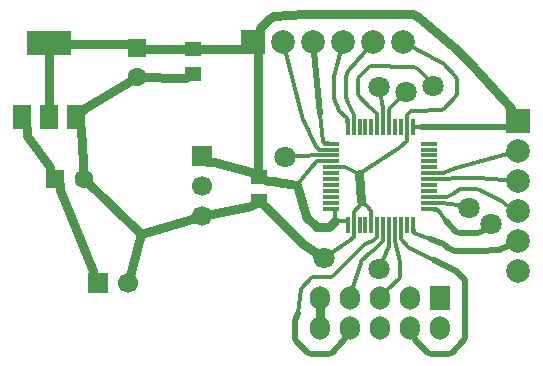
<source format=gbr>
%TF.GenerationSoftware,KiCad,Pcbnew,9.0.0*%
%TF.CreationDate,2025-07-29T16:03:53+03:00*%
%TF.ProjectId,f103c6t6,66313033-6336-4743-962e-6b696361645f,rev?*%
%TF.SameCoordinates,Original*%
%TF.FileFunction,Copper,L2,Bot*%
%TF.FilePolarity,Positive*%
%FSLAX46Y46*%
G04 Gerber Fmt 4.6, Leading zero omitted, Abs format (unit mm)*
G04 Created by KiCad (PCBNEW 9.0.0) date 2025-07-29 16:03:53*
%MOMM*%
%LPD*%
G01*
G04 APERTURE LIST*
%TA.AperFunction,ComponentPad*%
%ADD10R,2.000000X2.000000*%
%TD*%
%TA.AperFunction,ComponentPad*%
%ADD11C,2.000000*%
%TD*%
%TA.AperFunction,ComponentPad*%
%ADD12R,1.700000X2.000000*%
%TD*%
%TA.AperFunction,ComponentPad*%
%ADD13O,1.700000X2.000000*%
%TD*%
%TA.AperFunction,ComponentPad*%
%ADD14R,1.600000X1.600000*%
%TD*%
%TA.AperFunction,ComponentPad*%
%ADD15C,1.600000*%
%TD*%
%TA.AperFunction,ComponentPad*%
%ADD16R,1.700000X1.700000*%
%TD*%
%TA.AperFunction,ComponentPad*%
%ADD17C,1.700000*%
%TD*%
%TA.AperFunction,SMDPad,CuDef*%
%ADD18R,1.452000X1.177000*%
%TD*%
%TA.AperFunction,SMDPad,CuDef*%
%ADD19R,1.502800X2.002800*%
%TD*%
%TA.AperFunction,SMDPad,CuDef*%
%ADD20R,3.803800X2.003800*%
%TD*%
%TA.AperFunction,SMDPad,CuDef*%
%ADD21R,1.475600X0.300600*%
%TD*%
%TA.AperFunction,SMDPad,CuDef*%
%ADD22R,0.300600X1.475600*%
%TD*%
%TA.AperFunction,ViaPad*%
%ADD23C,1.800000*%
%TD*%
%TA.AperFunction,Conductor*%
%ADD24C,0.300000*%
%TD*%
%TA.AperFunction,Conductor*%
%ADD25C,0.800000*%
%TD*%
%TA.AperFunction,Conductor*%
%ADD26C,0.500000*%
%TD*%
G04 APERTURE END LIST*
D10*
%TO.P,J3,1*%
%TO.N,+3.3V*%
X161996300Y-81532700D03*
D11*
%TO.P,J3,2*%
%TO.N,Net-(J3-Pin_2)*%
X161996300Y-84072700D03*
%TO.P,J3,3*%
%TO.N,Net-(J3-Pin_3)*%
X161996300Y-86612700D03*
%TO.P,J3,4*%
%TO.N,Net-(J3-Pin_4)*%
X161996300Y-89152700D03*
%TO.P,J3,5*%
%TO.N,Net-(J3-Pin_5)*%
X161996300Y-91692700D03*
%TO.P,J3,6*%
%TO.N,GNDREF*%
X161996300Y-94232700D03*
%TD*%
D12*
%TO.P,J1,1*%
%TO.N,Net-(J1-Pin_1)*%
X155346300Y-96470900D03*
D13*
%TO.P,J1,2*%
%TO.N,Net-(J1-Pin_2)*%
X155346300Y-99010900D03*
%TO.P,J1,3*%
%TO.N,Net-(J1-Pin_3)*%
X152806300Y-96470900D03*
%TO.P,J1,4*%
%TO.N,Net-(J1-Pin_4)*%
X152806300Y-99010900D03*
%TO.P,J1,5*%
%TO.N,Net-(J1-Pin_5)*%
X150266300Y-96470900D03*
%TO.P,J1,6*%
%TO.N,Net-(J1-Pin_6)*%
X150266300Y-99010900D03*
%TO.P,J1,7*%
%TO.N,Net-(J1-Pin_7)*%
X147726300Y-96470900D03*
%TO.P,J1,8*%
%TO.N,Net-(J1-Pin_8)*%
X147726300Y-99010900D03*
%TO.P,J1,9*%
%TO.N,GNDREF*%
X145186300Y-96470900D03*
%TO.P,J1,10*%
X145186300Y-99010900D03*
%TD*%
D14*
%TO.P,C1,1*%
%TO.N,+5V*%
X122750000Y-86405000D03*
D15*
%TO.P,C1,2*%
%TO.N,GNDREF*%
X125250000Y-86405000D03*
%TD*%
D16*
%TO.P,J4,1*%
%TO.N,+5V*%
X126409700Y-95228400D03*
D17*
%TO.P,J4,2*%
%TO.N,GNDREF*%
X128949700Y-95228400D03*
%TD*%
D10*
%TO.P,J5,1*%
%TO.N,+3.3V*%
X139508500Y-74805900D03*
D11*
%TO.P,J5,2*%
%TO.N,button_1*%
X142048500Y-74805900D03*
%TO.P,J5,3*%
%TO.N,button_2*%
X144588500Y-74805900D03*
%TO.P,J5,4*%
%TO.N,button_3*%
X147128500Y-74805900D03*
%TO.P,J5,5*%
%TO.N,button_4*%
X149668500Y-74805900D03*
%TO.P,J5,6*%
%TO.N,GNDREF*%
X152208500Y-74805900D03*
%TD*%
D14*
%TO.P,C4,1*%
%TO.N,+3.3V*%
X129683800Y-75309700D03*
D15*
%TO.P,C4,2*%
%TO.N,GNDREF*%
X129683800Y-77809700D03*
%TD*%
D16*
%TO.P,J2,1*%
%TO.N,+3.3V*%
X135212700Y-84496900D03*
D17*
%TO.P,J2,2*%
%TO.N,RX433*%
X135212700Y-87036900D03*
%TO.P,J2,3*%
%TO.N,GNDREF*%
X135212700Y-89576900D03*
%TD*%
D18*
%TO.P,C2,1*%
%TO.N,GNDREF*%
X134489000Y-77496600D03*
%TO.P,C2,2*%
%TO.N,+3.3V*%
X134489000Y-75421600D03*
%TD*%
D19*
%TO.P,U2,1*%
%TO.N,GNDREF*%
X124556300Y-81200400D03*
%TO.P,U2,2*%
%TO.N,+3.3V*%
X122256300Y-81200400D03*
D20*
%TO.P,U2,2@1*%
X122256300Y-74900400D03*
D19*
%TO.P,U2,3*%
%TO.N,+5V*%
X119956300Y-81200400D03*
%TD*%
D18*
%TO.P,C3,1*%
%TO.N,GNDREF*%
X140068200Y-88289000D03*
%TO.P,C3,2*%
%TO.N,+3.3V*%
X140068200Y-86214000D03*
%TD*%
D21*
%TO.P,U1,1*%
%TO.N,+3.3V*%
X146140700Y-88920200D03*
%TO.P,U1,2*%
%TO.N,unconnected-(U1-PC13-Pad2)*%
X146140700Y-88420200D03*
%TO.P,U1,3*%
%TO.N,unconnected-(U1-PC14-Pad3)*%
X146140700Y-87920200D03*
%TO.P,U1,4*%
%TO.N,unconnected-(U1-PC15-Pad4)*%
X146140700Y-87420200D03*
%TO.P,U1,5*%
%TO.N,unconnected-(U1-PD0-Pad5)*%
X146140700Y-86920200D03*
%TO.P,U1,6*%
%TO.N,unconnected-(U1-PD1-Pad6)*%
X146140700Y-86420200D03*
%TO.P,U1,7*%
%TO.N,unconnected-(U1-NRST-Pad7)*%
X146140700Y-85920200D03*
%TO.P,U1,8*%
%TO.N,GNDREF*%
X146140700Y-85420200D03*
%TO.P,U1,9*%
%TO.N,+3.3V*%
X146140700Y-84920200D03*
%TO.P,U1,10*%
%TO.N,RX433*%
X146140700Y-84420200D03*
%TO.P,U1,11*%
%TO.N,button_1*%
X146140700Y-83920200D03*
%TO.P,U1,12*%
%TO.N,button_2*%
X146140700Y-83420200D03*
D22*
%TO.P,U1,13*%
%TO.N,button_3*%
X147553200Y-82007700D03*
%TO.P,U1,14*%
%TO.N,button_4*%
X148053200Y-82007700D03*
%TO.P,U1,15*%
%TO.N,unconnected-(U1-PA5-Pad15)*%
X148553200Y-82007700D03*
%TO.P,U1,16*%
%TO.N,unconnected-(U1-PA6-Pad16)*%
X149053200Y-82007700D03*
%TO.P,U1,17*%
%TO.N,unconnected-(U1-PA7-Pad17)*%
X149553200Y-82007700D03*
%TO.P,U1,18*%
%TO.N,Net-(J1-Pin_1)*%
X150053200Y-82007700D03*
%TO.P,U1,19*%
%TO.N,Net-(J1-Pin_2)*%
X150553200Y-82007700D03*
%TO.P,U1,20*%
%TO.N,Net-(J1-Pin_3)*%
X151053200Y-82007700D03*
%TO.P,U1,21*%
%TO.N,unconnected-(U1-PB10-Pad21)*%
X151553200Y-82007700D03*
%TO.P,U1,22*%
%TO.N,unconnected-(U1-PB11-Pad22)*%
X152053200Y-82007700D03*
%TO.P,U1,23*%
%TO.N,GNDREF*%
X152553200Y-82007700D03*
%TO.P,U1,24*%
%TO.N,+3.3V*%
X153053200Y-82007700D03*
D21*
%TO.P,U1,25*%
%TO.N,unconnected-(U1-PB12-Pad25)*%
X154465700Y-83420200D03*
%TO.P,U1,26*%
%TO.N,unconnected-(U1-PB13-Pad26)*%
X154465700Y-83920200D03*
%TO.P,U1,27*%
%TO.N,unconnected-(U1-PB14-Pad27)*%
X154465700Y-84420200D03*
%TO.P,U1,28*%
%TO.N,unconnected-(U1-PB15-Pad28)*%
X154465700Y-84920200D03*
%TO.P,U1,29*%
%TO.N,unconnected-(U1-PA8-Pad29)*%
X154465700Y-85420200D03*
%TO.P,U1,30*%
%TO.N,Net-(J3-Pin_2)*%
X154465700Y-85920200D03*
%TO.P,U1,31*%
%TO.N,Net-(J3-Pin_3)*%
X154465700Y-86420200D03*
%TO.P,U1,32*%
%TO.N,unconnected-(U1-PA11-Pad32)*%
X154465700Y-86920200D03*
%TO.P,U1,33*%
%TO.N,unconnected-(U1-PA12-Pad33)*%
X154465700Y-87420200D03*
%TO.P,U1,34*%
%TO.N,Net-(J3-Pin_4)*%
X154465700Y-87920200D03*
%TO.P,U1,35*%
%TO.N,GNDREF*%
X154465700Y-88420200D03*
%TO.P,U1,36*%
%TO.N,+3.3V*%
X154465700Y-88920200D03*
D22*
%TO.P,U1,37*%
%TO.N,Net-(J3-Pin_5)*%
X153053200Y-90332700D03*
%TO.P,U1,38*%
%TO.N,unconnected-(U1-PA15-Pad38)*%
X152553200Y-90332700D03*
%TO.P,U1,39*%
%TO.N,Net-(J1-Pin_4)*%
X152053200Y-90332700D03*
%TO.P,U1,40*%
%TO.N,Net-(J1-Pin_5)*%
X151553200Y-90332700D03*
%TO.P,U1,41*%
%TO.N,Net-(J1-Pin_6)*%
X151053200Y-90332700D03*
%TO.P,U1,42*%
%TO.N,Net-(J1-Pin_7)*%
X150553200Y-90332700D03*
%TO.P,U1,43*%
%TO.N,Net-(J1-Pin_8)*%
X150053200Y-90332700D03*
%TO.P,U1,44*%
%TO.N,GNDREF*%
X149553200Y-90332700D03*
%TO.P,U1,45*%
%TO.N,unconnected-(U1-PB8-Pad45)*%
X149053200Y-90332700D03*
%TO.P,U1,46*%
%TO.N,unconnected-(U1-PB9-Pad46)*%
X148553200Y-90332700D03*
%TO.P,U1,47*%
%TO.N,GNDREF*%
X148053200Y-90332700D03*
%TO.P,U1,48*%
%TO.N,+3.3V*%
X147553200Y-90332700D03*
%TD*%
D23*
%TO.N,GNDREF*%
X157780700Y-88879900D03*
X145555600Y-93072500D03*
%TO.N,+3.3V*%
X159667000Y-90252100D03*
%TO.N,RX433*%
X142259600Y-84553100D03*
%TO.N,Net-(J1-Pin_6)*%
X150190900Y-94070800D03*
%TO.N,Net-(J1-Pin_1)*%
X154796100Y-78583200D03*
%TO.N,Net-(J1-Pin_3)*%
X152493300Y-79022700D03*
%TO.N,Net-(J1-Pin_2)*%
X150190900Y-78608900D03*
%TD*%
D24*
%TO.N,GNDREF*%
X155379500Y-88420200D02*
X156384300Y-88563700D01*
D25*
X140700700Y-88851900D02*
X143768800Y-91919900D01*
D24*
X149282500Y-88810800D02*
X148714800Y-88242400D01*
X149463800Y-89040000D02*
X149454100Y-89030300D01*
X152913100Y-80665600D02*
X152923800Y-80655000D01*
X152553200Y-82745500D02*
X152553200Y-83190800D01*
X153162800Y-80626200D02*
X155465000Y-80560400D01*
X152923800Y-80655000D02*
X153162800Y-80626200D01*
X147675600Y-91668600D02*
X145555600Y-93072500D01*
X152553200Y-82007700D02*
X152553200Y-81269900D01*
X151923500Y-83820500D02*
X148490600Y-85976900D01*
X147323800Y-85420200D02*
X146878500Y-85420200D01*
X149454100Y-89030300D02*
X149282500Y-88810800D01*
X156665900Y-79511300D02*
X156773300Y-79252100D01*
X156665900Y-77655100D02*
X155724200Y-76713400D01*
X152906900Y-80671800D02*
X152913100Y-80665600D01*
D25*
X130012300Y-91043900D02*
X135212700Y-89576900D01*
D24*
X155724200Y-76713400D02*
X152208500Y-74805900D01*
X149463800Y-89042708D02*
X149463800Y-89040000D01*
X149553200Y-90332700D02*
X149553200Y-89132108D01*
D25*
X134489000Y-77496600D02*
X133772600Y-77882100D01*
D24*
X152553200Y-81025500D02*
X152906900Y-80671800D01*
X152553200Y-82007700D02*
X152553200Y-82745500D01*
D25*
X140679900Y-88831100D02*
X140700700Y-88851900D01*
X139351800Y-88674500D02*
X139341500Y-88674500D01*
D24*
X149553200Y-89132108D02*
X149463800Y-89042708D01*
X155465000Y-80560400D02*
X155724200Y-80453000D01*
X154465700Y-88420200D02*
X155203500Y-88420200D01*
D25*
X125264900Y-80412300D02*
X124556300Y-81200400D01*
D24*
X156773300Y-77914300D02*
X156665900Y-77655100D01*
D25*
X133743100Y-77882100D02*
X129683800Y-77809700D01*
D24*
X152553200Y-83190800D02*
X151923500Y-83820500D01*
X156773300Y-79252100D02*
X156773300Y-77914300D01*
D25*
X145186300Y-96620900D02*
X145186300Y-96470900D01*
D24*
X148714800Y-88546600D02*
X148714800Y-88242400D01*
X148053200Y-89208200D02*
X148714800Y-88546600D01*
D25*
X140068200Y-88289000D02*
X139351800Y-88674500D01*
D24*
X148053200Y-91070500D02*
X148053200Y-91291000D01*
D25*
X125250000Y-86405000D02*
X130012300Y-91043900D01*
X143768800Y-91919900D02*
X145555600Y-93072500D01*
X128949700Y-95228400D02*
X130012300Y-91043900D01*
D24*
X148053200Y-90332700D02*
X148053200Y-89208200D01*
D25*
X133772600Y-77882100D02*
X133743100Y-77882100D01*
D24*
X148053200Y-91291000D02*
X147675600Y-91668600D01*
D25*
X129683800Y-77809700D02*
X125264900Y-80412300D01*
X148714800Y-88242400D02*
X148490600Y-85976900D01*
X124985000Y-82194000D02*
X124556300Y-81200400D01*
D24*
X155203500Y-88420200D02*
X155379500Y-88420200D01*
X148053200Y-90332700D02*
X148053200Y-91070500D01*
D25*
X139341500Y-88674500D02*
X135212700Y-89576900D01*
D24*
X148490600Y-85976900D02*
X147323800Y-85420200D01*
X152553200Y-81269900D02*
X152553200Y-81025500D01*
D25*
X140068200Y-88289000D02*
X140679900Y-88831100D01*
D24*
X156384300Y-88563700D02*
X157780700Y-88879900D01*
D25*
X125250000Y-86405000D02*
X124985000Y-82194000D01*
D24*
X155724200Y-80453000D02*
X156665900Y-79511300D01*
X146878500Y-85420200D02*
X146140700Y-85420200D01*
D25*
X145186300Y-98860900D02*
X145186300Y-96620900D01*
X145186300Y-99010900D02*
X145186300Y-98860900D01*
%TO.N,+5V*%
X120385000Y-82194000D02*
X119956300Y-81200400D01*
X126409700Y-95228400D02*
X125959700Y-94778400D01*
X120385000Y-82738100D02*
X120385000Y-82194000D01*
X125959700Y-94212700D02*
X123150000Y-87370700D01*
X123150000Y-87205000D02*
X123150000Y-86805000D01*
X122750000Y-86405000D02*
X122350000Y-86005000D01*
X123150000Y-87370700D02*
X123150000Y-87205000D01*
X122350000Y-85605000D02*
X122350000Y-85439300D01*
X123150000Y-86805000D02*
X122750000Y-86405000D01*
X125959700Y-94378400D02*
X125959700Y-94212700D01*
X125959700Y-94778400D02*
X125959700Y-94378400D01*
X122350000Y-85439300D02*
X120402800Y-82781000D01*
X120402800Y-82781000D02*
X120385000Y-82738100D01*
X122350000Y-86005000D02*
X122350000Y-85605000D01*
%TO.N,+3.3V*%
X144883400Y-90455100D02*
X145991000Y-90455100D01*
D26*
X160996300Y-82028100D02*
X161246300Y-82028100D01*
D25*
X140108500Y-73640200D02*
X140342800Y-73405900D01*
D24*
X154465700Y-88920200D02*
X155169200Y-89056600D01*
D26*
X161246300Y-82028100D02*
X161996300Y-81532700D01*
D25*
X138508500Y-75405900D02*
X138908500Y-75405900D01*
X140997500Y-72752000D02*
X141336400Y-72611600D01*
X161396300Y-80532700D02*
X161396300Y-80932700D01*
X157985300Y-76679000D02*
X161396300Y-80367000D01*
X140108500Y-73805900D02*
X140108500Y-73640200D01*
X136062700Y-84946900D02*
X136228400Y-84946900D01*
X140784600Y-86599500D02*
X141289000Y-86614600D01*
X138908500Y-75405900D02*
X139508500Y-74805900D01*
X145341500Y-72405900D02*
X152961500Y-72405900D01*
X136228400Y-84946900D02*
X139341500Y-85828500D01*
D24*
X144957600Y-84920200D02*
X144327900Y-85549900D01*
D25*
X135365100Y-75421600D02*
X138342800Y-75405900D01*
X144028100Y-89625100D02*
X144044500Y-89649500D01*
X139993200Y-75805900D02*
X139993200Y-85625500D01*
X143272700Y-86883900D02*
X144008600Y-89578100D01*
D24*
X146502900Y-88920500D02*
X146502900Y-89070500D01*
D25*
X122256300Y-74900400D02*
X122256300Y-75502300D01*
X129683800Y-75309700D02*
X129283800Y-75000400D01*
X145991000Y-90455100D02*
X146037500Y-90435800D01*
X135662700Y-84946900D02*
X136062700Y-84946900D01*
X138342800Y-75405900D02*
X138508500Y-75405900D01*
D24*
X146140700Y-84920200D02*
X145402900Y-84920200D01*
D25*
X122256300Y-80199000D02*
X122256300Y-81200400D01*
D24*
X144327900Y-85549900D02*
X143272700Y-86883900D01*
D25*
X139341500Y-85828500D02*
X139351800Y-85828500D01*
X134489000Y-75421600D02*
X135215000Y-75421600D01*
X156700300Y-75394000D02*
X157985300Y-76679000D01*
D24*
X146140700Y-88920200D02*
X146502900Y-88920500D01*
D25*
X139993200Y-86025500D02*
X140068200Y-86214000D01*
X141336400Y-72611600D02*
X143835500Y-72405900D01*
X130483800Y-75421600D02*
X130083800Y-75421600D01*
D24*
X147552900Y-89970700D02*
X147402900Y-89970700D01*
D25*
X161396300Y-80932700D02*
X161996300Y-81532700D01*
D24*
X155169200Y-89056600D02*
X155830200Y-89963700D01*
D25*
X122256300Y-75902300D02*
X122256300Y-80199000D01*
D24*
X153053500Y-82019200D02*
X153203500Y-82019200D01*
D25*
X135212700Y-84496900D02*
X135662700Y-84946900D01*
X144008600Y-89578100D02*
X144028100Y-89625100D01*
X144044500Y-89649500D02*
X144823900Y-90428900D01*
X139508500Y-74805900D02*
X139993200Y-75405900D01*
X139993200Y-75405900D02*
X139993200Y-75805900D01*
X140342800Y-73405900D02*
X140997500Y-72752000D01*
X141289000Y-86614600D02*
X141558200Y-86694000D01*
X129283800Y-75000400D02*
X128883800Y-75000400D01*
X135215000Y-75421600D02*
X135365100Y-75421600D01*
X141558200Y-86694000D02*
X143272700Y-86883900D01*
X146049000Y-90424400D02*
X146502900Y-89970700D01*
X146037500Y-90435800D02*
X146049000Y-90424400D01*
D26*
X155830200Y-89963700D02*
X156758400Y-90890700D01*
D24*
X147553200Y-90332700D02*
X147552900Y-89970700D01*
D25*
X161396300Y-80367000D02*
X161396300Y-80532700D01*
D24*
X153203500Y-82019200D02*
X153715500Y-82019200D01*
D26*
X158803000Y-90890700D02*
X159667000Y-90252100D01*
D24*
X146502900Y-89070500D02*
X146502900Y-89970700D01*
D26*
X158482700Y-91023400D02*
X158803000Y-90890700D01*
D25*
X144823900Y-90428900D02*
X144836900Y-90435800D01*
D26*
X156758400Y-90890700D02*
X157078700Y-91023400D01*
D25*
X124158200Y-75000400D02*
X123758200Y-75000400D01*
X139508500Y-74805900D02*
X140108500Y-74205900D01*
X133763000Y-75421600D02*
X130483800Y-75421600D01*
X152961500Y-72405900D02*
X153376100Y-72577600D01*
D24*
X147402900Y-89970700D02*
X146502900Y-89970700D01*
D25*
X139351800Y-85828500D02*
X140068200Y-86214000D01*
D26*
X157078700Y-91023400D02*
X158482700Y-91023400D01*
D25*
X128883800Y-75000400D02*
X124158200Y-75000400D01*
X153376100Y-72577600D02*
X156700300Y-75394000D01*
X140108500Y-74205900D02*
X140108500Y-73805900D01*
D24*
X153053200Y-82007700D02*
X153053500Y-82019200D01*
D25*
X123758200Y-75000400D02*
X122256300Y-74900400D01*
X143835500Y-72405900D02*
X145341500Y-72405900D01*
X139993200Y-85625500D02*
X139993200Y-86025500D01*
D24*
X145402900Y-84920200D02*
X144957600Y-84920200D01*
D25*
X144836900Y-90435800D02*
X144883400Y-90455100D01*
X140068200Y-86214000D02*
X140784600Y-86599500D01*
X122256300Y-75502300D02*
X122256300Y-75902300D01*
X134489000Y-75421600D02*
X133763000Y-75421600D01*
D26*
X153715500Y-82019200D02*
X160996300Y-82028100D01*
D25*
X130083800Y-75421600D02*
X129683800Y-75309700D01*
D26*
%TO.N,button_2*%
X144588500Y-74805900D02*
X145191200Y-80883500D01*
D24*
X146140700Y-83420200D02*
X145463800Y-83272700D01*
X145463800Y-83272700D02*
X145191200Y-80883500D01*
%TO.N,button_4*%
X147380400Y-79424700D02*
X147380400Y-77793100D01*
X147628800Y-77194200D02*
X148961500Y-75709400D01*
X148961500Y-75709400D02*
X149668500Y-74805900D01*
X148053200Y-81031700D02*
X147601400Y-79977900D01*
X147393400Y-77741400D02*
X147601400Y-77239900D01*
X148053200Y-81269900D02*
X148053200Y-81031700D01*
X147393400Y-79476400D02*
X147380400Y-79424700D01*
X147601400Y-77239900D02*
X147628800Y-77194200D01*
X147380400Y-77793100D02*
X147393400Y-77741400D01*
X148053200Y-82007700D02*
X148053200Y-81269900D01*
X147601400Y-79977900D02*
X147393400Y-79476400D01*
%TO.N,button_1*%
X143791200Y-81437600D02*
X142048500Y-74805900D01*
X144792400Y-83554000D02*
X143810700Y-81484600D01*
X143810700Y-81484600D02*
X143791200Y-81437600D01*
X145402900Y-83920200D02*
X145158500Y-83920200D01*
X146140700Y-83920200D02*
X145402900Y-83920200D01*
X144804800Y-83566500D02*
X144792400Y-83554000D01*
X145158500Y-83920200D02*
X144804800Y-83566500D01*
%TO.N,button_3*%
X146835700Y-80642600D02*
X146707200Y-80428100D01*
X146442900Y-77427200D02*
X147128500Y-74805900D01*
X146382000Y-79548100D02*
X146382000Y-77669700D01*
X147553200Y-82007700D02*
X147463800Y-81272700D01*
X146382000Y-77669700D02*
X146442900Y-77427200D01*
X146442900Y-79790600D02*
X146382000Y-79548100D01*
X146707200Y-80428100D02*
X146442900Y-79790600D01*
X147463800Y-81272700D02*
X146835700Y-80642600D01*
%TO.N,RX433*%
X146140700Y-84420200D02*
X145402900Y-84420200D01*
X145402900Y-84420200D02*
X145019800Y-84420200D01*
X145019800Y-84420200D02*
X142259600Y-84553100D01*
D26*
%TO.N,Net-(J1-Pin_8)*%
X144188700Y-101134800D02*
X143212400Y-100158500D01*
D24*
X149447800Y-91720600D02*
X149051500Y-91884700D01*
X144472400Y-94771500D02*
X143636900Y-95607000D01*
X143587100Y-95727200D02*
X143305900Y-97759600D01*
X149716400Y-91645500D02*
X149447800Y-91720600D01*
D26*
X147726300Y-99160900D02*
X147160200Y-100158500D01*
D24*
X146159200Y-94721700D02*
X144592600Y-94721700D01*
X144592600Y-94721700D02*
X144472400Y-94771500D01*
D26*
X144493000Y-101260900D02*
X144188700Y-101134800D01*
X143212400Y-100158500D02*
X143086300Y-99854200D01*
D24*
X150053200Y-91070500D02*
X150053200Y-91308700D01*
D26*
X147160200Y-100158500D02*
X146183900Y-101134800D01*
X146183900Y-101134800D02*
X145879600Y-101260900D01*
D24*
X148004800Y-92931400D02*
X147147400Y-93814800D01*
D26*
X143086300Y-98467600D02*
X143305900Y-97759600D01*
D24*
X149051500Y-91884700D02*
X148004800Y-92931400D01*
X150053200Y-91308700D02*
X149716400Y-91645500D01*
X143636900Y-95607000D02*
X143587100Y-95727200D01*
X147147400Y-93814800D02*
X146297900Y-94664300D01*
D26*
X147726300Y-99010900D02*
X147726300Y-99160900D01*
D24*
X146297900Y-94664300D02*
X146159200Y-94721700D01*
X150053200Y-90332700D02*
X150053200Y-91070500D01*
D26*
X143086300Y-99854200D02*
X143086300Y-98467600D01*
X145879600Y-101260900D02*
X144493000Y-101260900D01*
D24*
%TO.N,Net-(J1-Pin_6)*%
X151010700Y-92131400D02*
X150768100Y-92716600D01*
X151053200Y-91070500D02*
X151053200Y-91962200D01*
X150768100Y-92716600D02*
X150190900Y-94070800D01*
X151053200Y-90332700D02*
X151053200Y-91070500D01*
X151053200Y-91962200D02*
X151010700Y-92131400D01*
%TO.N,Net-(J1-Pin_5)*%
X150986700Y-95742700D02*
X150266300Y-96320900D01*
X151553200Y-90332700D02*
X151553200Y-91070500D01*
X151553200Y-91659400D02*
X151934600Y-93448400D01*
X151862800Y-94866600D02*
X150986700Y-95742700D01*
X151934600Y-94693200D02*
X151862800Y-94866600D01*
X151934600Y-93448400D02*
X151934600Y-94693200D01*
X150266300Y-96320900D02*
X150266300Y-96470900D01*
X151553200Y-91070500D02*
X151553200Y-91659400D01*
%TO.N,Net-(J1-Pin_1)*%
X149374400Y-80311700D02*
X148488100Y-79425400D01*
X148488100Y-77792400D02*
X149374400Y-76906100D01*
X150053200Y-81269900D02*
X150053200Y-81031700D01*
X149561200Y-76828700D02*
X150820600Y-76828700D01*
X151513900Y-76912200D02*
X153176700Y-76972700D01*
X150008700Y-80905200D02*
X149492900Y-80389400D01*
X148410700Y-79238600D02*
X148410700Y-77979200D01*
X154424900Y-78053400D02*
X154796100Y-78583200D01*
X150053200Y-82007700D02*
X150053200Y-81269900D01*
X149374400Y-76906100D02*
X149561200Y-76828700D01*
X153176700Y-76972700D02*
X153462600Y-77091100D01*
X150820600Y-76828700D02*
X151513900Y-76912200D01*
X149492900Y-80389400D02*
X149374400Y-80311700D01*
X148410700Y-77979200D02*
X148488100Y-77792400D01*
X150053200Y-81031700D02*
X150008700Y-80905200D01*
X153462600Y-77091100D02*
X154424900Y-78053400D01*
X148488100Y-79425400D02*
X148410700Y-79238600D01*
%TO.N,Net-(J1-Pin_3)*%
X151053200Y-82007700D02*
X151053200Y-81269900D01*
X151053200Y-80611400D02*
X151152600Y-80371400D01*
X151053200Y-81269900D02*
X151053200Y-80611400D01*
X151152600Y-80371400D02*
X152493300Y-79022700D01*
D26*
%TO.N,Net-(J1-Pin_4)*%
X155354100Y-93563300D02*
X154885600Y-93305700D01*
X157446300Y-96953100D02*
X157446300Y-94953100D01*
X154348700Y-101134800D02*
X154653000Y-101260900D01*
D24*
X152682900Y-92145500D02*
X153937200Y-92889100D01*
D26*
X154653000Y-101260900D02*
X156039600Y-101260900D01*
X153372400Y-100158500D02*
X154348700Y-101134800D01*
X152806300Y-99010900D02*
X152806300Y-99160900D01*
X156714100Y-94220900D02*
X155359400Y-93566000D01*
X157446300Y-94953100D02*
X156714100Y-94220900D01*
X152806300Y-99160900D02*
X153372400Y-100158500D01*
D24*
X152053200Y-91515800D02*
X152682900Y-92145500D01*
X153937200Y-92889100D02*
X154885600Y-93305700D01*
X152053200Y-90332700D02*
X152053200Y-91070500D01*
D26*
X155359400Y-93566000D02*
X155354100Y-93563300D01*
X157446300Y-99854200D02*
X157446300Y-97988700D01*
X157320200Y-100158500D02*
X157446300Y-99854200D01*
D24*
X152053200Y-91070500D02*
X152053200Y-91515800D01*
D26*
X156039600Y-101260900D02*
X156343900Y-101134800D01*
X157446300Y-97988700D02*
X157446300Y-96953100D01*
X156343900Y-101134800D02*
X157320200Y-100158500D01*
D24*
%TO.N,Net-(J1-Pin_7)*%
X149504800Y-92563000D02*
X148683100Y-93384700D01*
X149666600Y-92520700D02*
X149607000Y-92520700D01*
X150552800Y-91634500D02*
X150525700Y-91700000D01*
X149607000Y-92520700D02*
X149504800Y-92563000D01*
X147726300Y-96320900D02*
X147726300Y-96470900D01*
X150525700Y-91700000D02*
X149732100Y-92493600D01*
X150553200Y-91629500D02*
X150552800Y-91634500D01*
X150553200Y-91070500D02*
X150553200Y-91629500D01*
X148640800Y-93486900D02*
X147726300Y-96320900D01*
X148683100Y-93384700D02*
X148640800Y-93486900D01*
X150553200Y-90332700D02*
X150553200Y-91070500D01*
X149732100Y-92493600D02*
X149666600Y-92520700D01*
%TO.N,Net-(J1-Pin_2)*%
X150553200Y-82007700D02*
X150553200Y-81269900D01*
X150553200Y-80421400D02*
X150190900Y-78608900D01*
X150553200Y-81269900D02*
X150553200Y-80421400D01*
D26*
%TO.N,Net-(J3-Pin_5)*%
X155459600Y-91805700D02*
X154538300Y-91508600D01*
D24*
X153203800Y-91009600D02*
X154538300Y-91508600D01*
D26*
X160692900Y-92268400D02*
X160370200Y-92402100D01*
X158700200Y-92529900D02*
X156861200Y-92529900D01*
X160913700Y-92131600D02*
X160692900Y-92268400D01*
X161273200Y-91982700D02*
X160913700Y-92131600D01*
X161996300Y-91692700D02*
X161273200Y-91982700D01*
D24*
X153200600Y-91009600D02*
X153203800Y-91009600D01*
D26*
X156861200Y-92529900D02*
X156649000Y-92476600D01*
D24*
X153053200Y-90332700D02*
X153200600Y-91009600D01*
D26*
X156649000Y-92476600D02*
X156033200Y-92221300D01*
X156033200Y-92221300D02*
X155845500Y-92108800D01*
X155543400Y-91840400D02*
X155459600Y-91805700D01*
X160370200Y-92402100D02*
X158700200Y-92529900D01*
X155845500Y-92108800D02*
X155543400Y-91840400D01*
D24*
%TO.N,Net-(J3-Pin_4)*%
X158385100Y-87226800D02*
X158525200Y-87284800D01*
X158525200Y-87284800D02*
X160636300Y-88320500D01*
X154465700Y-87920200D02*
X155203500Y-87920200D01*
X160636300Y-88320500D02*
X160970400Y-88629000D01*
X155203500Y-87920200D02*
X155990200Y-87920200D01*
X160970400Y-88629000D02*
X161996300Y-89152700D01*
X155996800Y-87918500D02*
X156466300Y-87723800D01*
X156466300Y-87723800D02*
X156472300Y-87720300D01*
X155990200Y-87920200D02*
X155996800Y-87918500D01*
X157036200Y-87284800D02*
X157176300Y-87226800D01*
X157176300Y-87226800D02*
X158385100Y-87226800D01*
X156472300Y-87720300D02*
X157036200Y-87284800D01*
%TO.N,Net-(J3-Pin_3)*%
X155203500Y-86420200D02*
X155586600Y-86420200D01*
X155586600Y-86420200D02*
X156996600Y-86323600D01*
X156996600Y-86323600D02*
X158564800Y-86323600D01*
X158564800Y-86323600D02*
X161996300Y-86612700D01*
X154465700Y-86420200D02*
X155203500Y-86420200D01*
%TO.N,Net-(J3-Pin_2)*%
X154465700Y-85920200D02*
X155203500Y-85920200D01*
X156709000Y-85464600D02*
X161996300Y-84072700D01*
X155586600Y-85920200D02*
X156709000Y-85464600D01*
X155203500Y-85920200D02*
X155586600Y-85920200D01*
%TD*%
M02*

</source>
